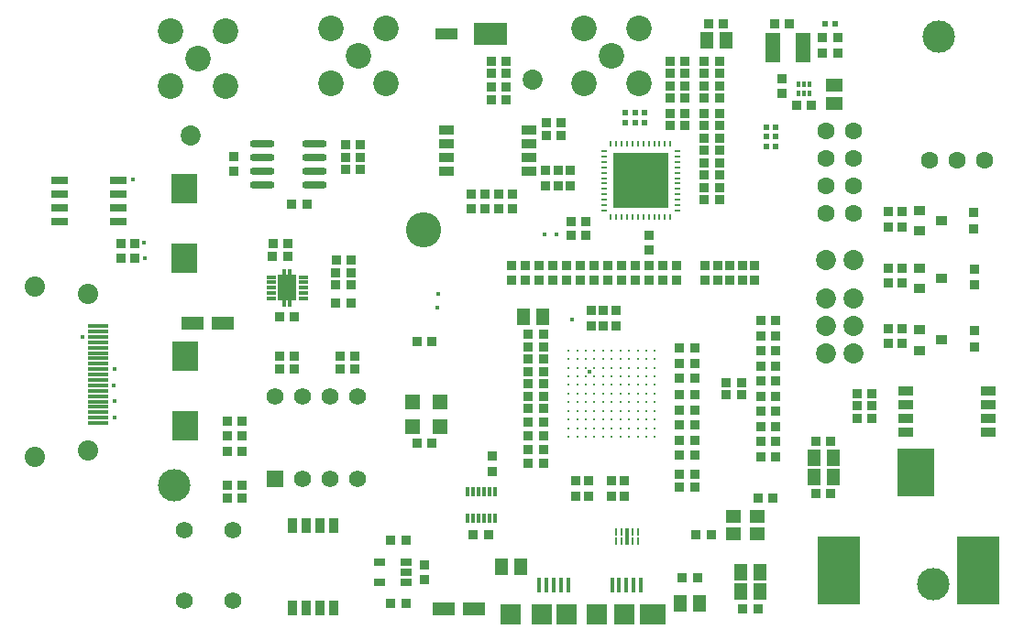
<source format=gts>
%FSTAX23Y23*%
%MOIN*%
%SFA1B1*%

%IPPOS*%
%ADD53R,0.023620X0.009840*%
%ADD54R,0.009840X0.023620*%
%ADD57R,0.033000X0.033000*%
%ADD58R,0.097490X0.105360*%
%ADD59R,0.060090X0.026620*%
%ADD60R,0.033000X0.033000*%
%ADD61R,0.077800X0.014810*%
%ADD62R,0.121110X0.081740*%
%ADD63R,0.081740X0.042370*%
%ADD64R,0.038430X0.034500*%
%ADD65R,0.034000X0.034000*%
%ADD66R,0.047490X0.060870*%
%ADD67R,0.081740X0.050240*%
%ADD68R,0.015000X0.056000*%
%ADD69R,0.074000X0.078000*%
%ADD70R,0.094000X0.078000*%
%ADD71R,0.053000X0.032920*%
%ADD72R,0.032920X0.053000*%
%ADD73R,0.010870X0.029580*%
%ADD74R,0.017960X0.064000*%
%ADD75R,0.054180X0.052210*%
%ADD76R,0.022690X0.022690*%
%ADD77R,0.132920X0.176230*%
%ADD78R,0.156540X0.247100*%
%ADD79R,0.060870X0.047490*%
%ADD80R,0.015750X0.024410*%
%ADD81R,0.015750X0.023230*%
%ADD82R,0.022690X0.022690*%
%ADD83R,0.053790X0.110090*%
%ADD84R,0.013630X0.034500*%
%ADD85R,0.058120X0.050240*%
%ADD86O,0.089610X0.026620*%
%ADD87R,0.036470X0.014020*%
%ADD88R,0.067960X0.097490*%
%ADD89R,0.203790X0.203790*%
%ADD90R,0.042370X0.030560*%
%ADD91C,0.012450*%
%ADD92C,0.118110*%
%ADD93C,0.073870*%
%ADD94C,0.003000*%
%ADD95C,0.063000*%
%ADD96C,0.073000*%
%ADD97C,0.128000*%
%ADD98C,0.093000*%
%ADD99C,0.062060*%
%ADD100R,0.062060X0.062060*%
%ADD101C,0.017000*%
%LNusb_control-1*%
%LPD*%
G36*
X00995Y01194D02*
X00995Y01194D01*
X00995Y01194*
X00996Y01194*
X00996Y01193*
X00996Y01193*
X00996Y01193*
X00996Y01193*
Y01173*
X00996Y01173*
X00996Y01172*
X00996Y01172*
X00996Y01172*
X00995Y01172*
X00995Y01171*
X00995Y01171*
X00994Y01171*
X00983*
X00983Y01171*
X00983Y01171*
X00983Y01172*
X00982Y01172*
X00982Y01172*
X00982Y01172*
X00982Y01173*
X00982Y01173*
Y01193*
X00982Y01193*
X00982Y01193*
X00982Y01193*
X00982Y01194*
X00983Y01194*
X00983Y01194*
X00983Y01194*
X00983Y01194*
X00994*
X00995Y01194*
G37*
G36*
X01014D02*
X01015Y01194D01*
X01015Y01194*
X01015Y01194*
X01015Y01193*
X01016Y01193*
X01016Y01193*
X01016Y01193*
Y01173*
X01016Y01173*
X01016Y01172*
X01015Y01172*
X01015Y01172*
X01015Y01172*
X01015Y01171*
X01014Y01171*
X01014Y01171*
X01003*
X01003Y01171*
X01003Y01171*
X01002Y01172*
X01002Y01172*
X01002Y01172*
X01002Y01172*
X01002Y01173*
X01002Y01173*
Y01193*
X01002Y01193*
X01002Y01193*
X01002Y01193*
X01002Y01194*
X01002Y01194*
X01003Y01194*
X01003Y01194*
X01003Y01194*
X01014*
X01014Y01194*
G37*
G36*
X00995Y01308D02*
X00995Y01308D01*
X00995Y01308*
X00996Y01308*
X00996Y01308*
X00996Y01307*
X00996Y01307*
X00996Y01307*
Y01287*
X00996Y01287*
X00996Y01286*
X00996Y01286*
X00996Y01286*
X00995Y01286*
X00995Y01286*
X00995Y01286*
X00994Y01286*
X00983*
X00983Y01286*
X00983Y01286*
X00983Y01286*
X00982Y01286*
X00982Y01286*
X00982Y01286*
X00982Y01287*
X00982Y01287*
Y01307*
X00982Y01307*
X00982Y01307*
X00982Y01308*
X00982Y01308*
X00983Y01308*
X00983Y01308*
X00983Y01308*
X00983Y01308*
X00994*
X00995Y01308*
G37*
G36*
X01014D02*
X01015Y01308D01*
X01015Y01308*
X01015Y01308*
X01015Y01308*
X01016Y01307*
X01016Y01307*
X01016Y01307*
Y01287*
X01016Y01287*
X01016Y01286*
X01015Y01286*
X01015Y01286*
X01015Y01286*
X01015Y01286*
X01014Y01286*
X01014Y01286*
X01003*
X01003Y01286*
X01003Y01286*
X01002Y01286*
X01002Y01286*
X01002Y01286*
X01002Y01286*
X01002Y01287*
X01002Y01287*
Y01307*
X01002Y01307*
X01002Y01307*
X01002Y01308*
X01002Y01308*
X01002Y01308*
X01003Y01308*
X01003Y01308*
X01003Y01308*
X01014*
X01014Y01308*
G37*
G54D53*
X02417Y01738D03*
Y01698D03*
Y01718D03*
Y01679D03*
Y01639D03*
Y01659D03*
Y0162D03*
Y0158D03*
Y016D03*
Y01541D03*
Y01521D03*
Y01561D03*
X0215Y01738D03*
Y01639D03*
Y01659D03*
Y0162D03*
Y01698D03*
Y01718D03*
Y01679D03*
Y0158D03*
Y016D03*
Y01541D03*
Y01561D03*
Y01521D03*
G54D54*
X02392Y01763D03*
X02372D03*
X02333D03*
X02313D03*
X02352D03*
X02293D03*
X02274D03*
X02392Y01496D03*
X02352D03*
X02333D03*
X02372D03*
X02293D03*
X02274D03*
X02313D03*
X02234Y01763D03*
X02215D03*
X02254D03*
X02195D03*
X02175D03*
X02234Y01496D03*
X02215D03*
X02254D03*
X02175D03*
X02195D03*
G54D57*
X01002Y014D03*
X00947D03*
X00946Y01355D03*
X01001D03*
X02826Y022D03*
X02771D03*
X02586D03*
X02531D03*
X02571Y01605D03*
X02516D03*
X01931Y00845D03*
X01876D03*
X02491Y00185D03*
X02436D03*
X01431Y0032D03*
X01376D03*
X00971Y0099D03*
X01026D03*
X00971Y00945D03*
X01026D03*
X01876Y0075D03*
X01931D03*
X01876Y007D03*
X01931D03*
X01876Y0065D03*
X01931D03*
X01876Y01025D03*
X01931D03*
X01876Y0098D03*
X01931D03*
X01876Y006D03*
X01931D03*
X01876Y0089D03*
X01931D03*
X02481Y0085D03*
X02426D03*
X02481Y0102D03*
X02426D03*
X01876Y008D03*
X01931D03*
X02481Y00515D03*
X02426D03*
X02481Y0056D03*
X02426D03*
X02711Y0007D03*
X02656D03*
X02481Y0063D03*
X02426D03*
X02976Y0049D03*
X02921D03*
X02481Y00795D03*
X02426D03*
X02976Y0068D03*
X02921D03*
X01876Y00935D03*
X01931D03*
X01526Y01045D03*
X01471D03*
X02481Y00965D03*
X02426D03*
X02481Y0091D03*
X02426D03*
X02651Y00895D03*
X02596D03*
X02651Y0085D03*
X02596D03*
X02481Y00685D03*
X02426D03*
X02481Y0074D03*
X02426D03*
X01177Y0134D03*
X01232D03*
X00971Y01135D03*
X01026D03*
X01071Y01545D03*
X01016D03*
X00836Y0052D03*
X00781D03*
X01731Y0034D03*
X01676D03*
X02486D03*
X02541D03*
X02766Y00475D03*
X02711D03*
X03071Y00765D03*
X03126D03*
X03071Y0081D03*
X03126D03*
X03071Y00855D03*
X03126D03*
X02776Y00625D03*
X02721D03*
Y0112D03*
X02776D03*
X02721Y01065D03*
X02776D03*
X02721Y0101D03*
X02776D03*
X01246Y0099D03*
X01191D03*
X01246Y00945D03*
X01191D03*
X02721Y009D03*
X02776D03*
X02721Y0079D03*
X02776D03*
X02721Y0068D03*
X02776D03*
Y00955D03*
X02721D03*
X02776Y00845D03*
X02721D03*
X02776Y00735D03*
X02721D03*
X01376Y0009D03*
X01431D03*
X00836Y00645D03*
X00781D03*
X00836Y007D03*
X00781D03*
X00836Y00755D03*
X00781D03*
X01231Y01295D03*
X01176D03*
X01231Y0125D03*
X01176D03*
X01176Y01185D03*
X01231D03*
X01211Y0176D03*
X01266D03*
X01211Y01715D03*
X01266D03*
Y0167D03*
X01211D03*
X00781Y00475D03*
X00836D03*
X01876Y0107D03*
X01931D03*
X01471Y00675D03*
X01526D03*
X02086Y0148D03*
X02031D03*
X02086Y0143D03*
X02031D03*
X01796Y01925D03*
X01741D03*
X01796Y0197D03*
X01741D03*
X01796Y0202D03*
X01741D03*
X02391Y0193D03*
X02446D03*
X02391Y01975D03*
X02446D03*
X02391Y0202D03*
X02446D03*
Y01875D03*
X02391D03*
X02446Y0183D03*
X02391D03*
X02516Y01695D03*
X02571D03*
X02516Y01785D03*
X02571D03*
X02516Y0174D03*
X02571D03*
X01996Y0184D03*
X01941D03*
X01996Y01795D03*
X01941D03*
X02516Y0156D03*
X02571D03*
X02516Y0165D03*
X02571D03*
X01796Y02065D03*
X01741D03*
X02391D03*
X02446D03*
X02516Y01975D03*
X02571D03*
X02516Y01875D03*
X02571D03*
X02516Y0202D03*
X02571D03*
Y0193D03*
X02516D03*
X02571Y0183D03*
X02516D03*
X02571Y02065D03*
X02516D03*
X02906Y01905D03*
X02851D03*
X02946Y0215D03*
X03001D03*
Y02095D03*
X02946D03*
G54D58*
X00624Y01349D03*
Y016D03*
X00629Y0099D03*
Y00739D03*
G54D59*
X0017Y01582D03*
Y01632D03*
X00385Y01482D03*
Y01532D03*
Y01582D03*
Y01632D03*
X0017Y01482D03*
Y01532D03*
G54D60*
X00394Y01402D03*
Y01347D03*
X00443Y01402D03*
Y01347D03*
X01964Y01322D03*
Y01267D03*
X01914Y01322D03*
Y01267D03*
X01814Y01322D03*
Y01267D03*
X01864Y01322D03*
Y01267D03*
X03184Y01257D03*
Y01312D03*
Y01092D03*
Y01037D03*
X03234D03*
Y01092D03*
X02179Y00537D03*
Y00482D03*
X02224Y00537D03*
Y00482D03*
X01499Y00232D03*
Y00177D03*
X02149Y01157D03*
Y01102D03*
X02194Y01157D03*
Y01102D03*
X02094Y00482D03*
Y00537D03*
X02104Y01157D03*
Y01102D03*
X00804Y01663D03*
Y01718D03*
X02049Y00482D03*
Y00537D03*
X02609Y01267D03*
Y01322D03*
X02564Y01267D03*
Y01322D03*
X02519Y01267D03*
Y01322D03*
X02699Y01267D03*
Y01322D03*
X02654Y01267D03*
Y01322D03*
X02414Y01267D03*
Y01322D03*
X02014Y01267D03*
Y01322D03*
X02064Y01267D03*
Y01322D03*
X02114Y01267D03*
Y01322D03*
X02164Y01267D03*
Y01322D03*
X02214Y01267D03*
Y01322D03*
X02264Y01267D03*
Y01322D03*
X02314Y01267D03*
Y01322D03*
X02364Y01267D03*
Y01322D03*
X01744Y00572D03*
Y00627D03*
X03234Y01312D03*
Y01257D03*
Y01517D03*
Y01462D03*
X03184D03*
Y01517D03*
X02029Y01612D03*
Y01667D03*
X01984Y01612D03*
Y01667D03*
X01939Y01612D03*
Y01667D03*
X02314Y01432D03*
Y01377D03*
X01669Y01582D03*
Y01527D03*
X01719Y01582D03*
Y01527D03*
X01769Y01582D03*
Y01527D03*
X01819Y01582D03*
Y01527D03*
X02799Y02002D03*
Y01947D03*
G54D61*
X0031Y01101D03*
Y01081D03*
Y01062D03*
Y01042D03*
Y01022D03*
Y01002D03*
Y00983D03*
Y00963D03*
Y00943D03*
Y00924D03*
Y00904D03*
Y00884D03*
Y00865D03*
Y00845D03*
Y00825D03*
Y00806D03*
Y00786D03*
Y00766D03*
Y00747D03*
G54D62*
X01739Y02165D03*
G54D63*
X01578Y02165D03*
G54D64*
X03299Y01312D03*
Y01237D03*
X03378Y01275D03*
Y01485D03*
X03299Y01447D03*
Y01522D03*
X03378Y0105D03*
X03299Y01012D03*
Y01087D03*
G54D65*
X03499Y01084D03*
Y01025D03*
Y0125D03*
Y01309D03*
X03494Y01455D03*
Y01514D03*
G54D66*
X02718Y00205D03*
X02649D03*
X02429Y0009D03*
X02498D03*
X02524Y0214D03*
X02593D03*
X02983Y0062D03*
X02914D03*
X02983Y0055D03*
X02914D03*
X02718Y00135D03*
X02649D03*
X01928Y01135D03*
X01859D03*
X01848Y00225D03*
X01779D03*
G54D67*
X00653Y0111D03*
X00764D03*
X01568Y0007D03*
X01679D03*
G54D68*
X02258Y00157D03*
X02284D03*
X0218D03*
X02206D03*
X01916D03*
X01994D03*
X0202D03*
X02232D03*
X01968D03*
X01942D03*
G54D69*
X01811Y00052D03*
X01923D03*
X02013D03*
X02126D03*
X02224Y00052D03*
G54D70*
X02327Y00052D03*
G54D71*
X03549Y00715D03*
Y00765D03*
Y00815D03*
Y00865D03*
X03249Y00715D03*
Y00765D03*
Y00815D03*
Y00865D03*
X01879Y01665D03*
Y01715D03*
Y01765D03*
Y01815D03*
X01579Y01665D03*
Y01715D03*
Y01765D03*
Y01815D03*
G54D72*
X01169Y00375D03*
X01119D03*
X01069D03*
X01019D03*
X01169Y00075D03*
X01119D03*
X01069D03*
X01019D03*
G54D73*
X02273Y00352D03*
X02253D03*
X02215D03*
X02195D03*
Y00318D03*
X02215D03*
X02253D03*
X02273D03*
G54D74*
X02234Y00335D03*
G54D75*
X01554Y00735D03*
X01454Y00824D03*
Y00735D03*
X01554Y00824D03*
G54D76*
X02299Y01842D03*
Y01877D03*
X02264Y01842D03*
Y01877D03*
X02229Y01842D03*
Y01877D03*
G54D77*
X03286Y00567D03*
G54D78*
X03512Y00212D03*
X03005D03*
G54D79*
X02989Y01979D03*
Y0191D03*
G54D80*
X02898Y0198D03*
G54D81*
X02879Y0198D03*
X02859D03*
Y01949D03*
X02879D03*
X02898D03*
G54D82*
X02956Y022D03*
X02991D03*
X02741Y01825D03*
X02776D03*
X02741Y0179D03*
X02776D03*
X02741Y01755D03*
X02776D03*
G54D83*
X02874Y02115D03*
X02763D03*
G54D84*
X01753Y00497D03*
X01733D03*
X01713D03*
X01694D03*
X01674D03*
X01654D03*
X01753Y00402D03*
X01733D03*
X01713D03*
X01694D03*
X01674D03*
X01654D03*
G54D85*
X02707Y00406D03*
Y00343D03*
X0262Y00406D03*
Y00343D03*
G54D86*
X01098Y01765D03*
Y01665D03*
Y01715D03*
Y01615D03*
X00909Y01765D03*
Y01715D03*
Y01665D03*
Y01615D03*
G54D87*
X01057Y01279D03*
Y0126D03*
Y0124D03*
Y0122D03*
Y012D03*
X00941Y01279D03*
Y0124D03*
Y0126D03*
Y012D03*
Y0122D03*
G54D88*
X00999Y0124D03*
G54D89*
X02284Y0163D03*
G54D90*
X01431Y00205D03*
Y00242D03*
Y00167D03*
X01336Y00242D03*
Y00167D03*
G54D91*
X02336Y01012D03*
Y0098D03*
X02304Y01012D03*
X02336Y00949D03*
X02304Y0098D03*
X02273D03*
Y01012D03*
X02304Y00949D03*
X02273D03*
X02336Y00917D03*
Y00886D03*
X02304Y00917D03*
X02336Y00855D03*
X02304Y00886D03*
X02273D03*
Y00917D03*
X02304Y00855D03*
X02273D03*
X02241Y0098D03*
Y00949D03*
Y01012D03*
Y00917D03*
X0221Y00949D03*
Y0098D03*
Y01012D03*
X02179Y00917D03*
Y00949D03*
X02241Y00886D03*
X0221Y00917D03*
X02241Y00855D03*
X0221Y00886D03*
Y00855D03*
X02179Y00886D03*
Y00855D03*
X02336Y0076D03*
Y00823D03*
X02304D03*
X02273D03*
X02336Y00792D03*
X02304D03*
X02336Y00697D03*
Y00729D03*
X02304D03*
Y0076D03*
Y00697D03*
X02273D03*
X02241Y00823D03*
X02273Y00792D03*
X02241D03*
X02273Y0076D03*
X02241D03*
X0221Y00823D03*
X02179D03*
X0221Y00792D03*
X02179D03*
X02273Y00729D03*
X0221Y0076D03*
X02241Y00697D03*
Y00729D03*
X0221D03*
X02179D03*
X0221Y00697D03*
X02179D03*
X02147Y01012D03*
X02179D03*
X02116Y0098D03*
X02179D03*
X02147D03*
X02116Y01012D03*
X02147Y00917D03*
Y00886D03*
Y00949D03*
Y00855D03*
X02116Y00917D03*
Y00949D03*
Y00855D03*
Y00886D03*
X02084Y01012D03*
Y0098D03*
X02053Y01012D03*
X02084Y00949D03*
X02053Y0098D03*
X02021D03*
Y01012D03*
X02053Y00949D03*
X02021D03*
X02084Y00917D03*
X02053D03*
X02084Y00855D03*
Y00886D03*
X02053D03*
X02021Y00917D03*
X02053Y00855D03*
X02021Y00886D03*
X02147Y00823D03*
Y00792D03*
X02116Y00823D03*
X02179Y0076D03*
X02147D03*
X02116Y00792D03*
X02084Y00823D03*
Y0076D03*
X02147Y00729D03*
X02116Y0076D03*
X02147Y00697D03*
X02116Y00729D03*
Y00697D03*
X02021Y00855D03*
X02053Y00823D03*
X02021D03*
X02084Y00792D03*
X02053D03*
X02021D03*
X02084Y00729D03*
X02053D03*
X02084Y00697D03*
X02053D03*
Y0076D03*
X02021D03*
Y00697D03*
Y00729D03*
G54D92*
X00589Y0052D03*
X03369Y02155D03*
X03349Y0016D03*
G54D93*
X0008Y01243D03*
Y00625D03*
X00274Y01219D03*
Y00648D03*
G54D94*
X03414Y012D03*
X03574Y0136D03*
X03414Y00975D03*
X03574Y01135D03*
X03414Y01405D03*
X03574Y01565D03*
G54D95*
X03534Y01705D03*
X03334D03*
X03434D03*
X02959Y0161D03*
Y0151D03*
Y0181D03*
Y0171D03*
X03059Y0161D03*
Y0151D03*
Y0181D03*
Y0171D03*
G54D96*
X03059Y0134D03*
X02959D03*
Y01D03*
X03059D03*
X02959Y011D03*
X03059D03*
X02959Y012D03*
X03059D03*
X00649Y01795D03*
X01892Y01999D03*
G54D97*
X01494Y0145D03*
G54D98*
X01259Y02085D03*
X01359Y02185D03*
X01159D03*
Y01985D03*
X01359D03*
X02179Y02085D03*
X02279Y02185D03*
X02079D03*
Y01985D03*
X02279D03*
X00674Y02075D03*
X00774Y02175D03*
X00574D03*
Y01975D03*
X00774D03*
G54D99*
X00802Y00102D03*
X00625D03*
Y00357D03*
X00802D03*
X01254Y00845D03*
X01154D03*
X01054D03*
X01254Y00545D03*
X01054D03*
X01154D03*
X00954Y00845D03*
G54D100*
X00954Y00545D03*
G54D101*
X00438Y01634D03*
X0037Y00826D03*
X0037Y00766D03*
X00369Y00884D03*
X0037Y00943D03*
X00254Y01062D03*
X00481Y01348D03*
X00479Y01404D03*
X01548Y01217D03*
X01545Y01167D03*
X01935Y01433D03*
X01978D03*
X02033Y01125D03*
X02099Y00934D03*
M02*
</source>
